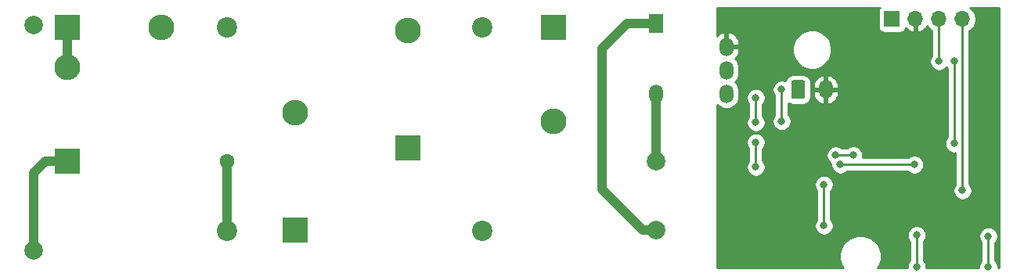
<source format=gbr>
G04 #@! TF.GenerationSoftware,KiCad,Pcbnew,(5.1.5)-3*
G04 #@! TF.CreationDate,2020-07-16T16:27:48-04:00*
G04 #@! TF.ProjectId,AIL_TSAL,41494c5f-5453-4414-9c2e-6b696361645f,rev?*
G04 #@! TF.SameCoordinates,Original*
G04 #@! TF.FileFunction,Copper,L2,Bot*
G04 #@! TF.FilePolarity,Positive*
%FSLAX46Y46*%
G04 Gerber Fmt 4.6, Leading zero omitted, Abs format (unit mm)*
G04 Created by KiCad (PCBNEW (5.1.5)-3) date 2020-07-16 16:27:48*
%MOMM*%
%LPD*%
G04 APERTURE LIST*
%ADD10O,1.500000X2.020000*%
%ADD11C,0.100000*%
%ADD12C,2.200000*%
%ADD13C,2.000000*%
%ADD14R,2.800000X2.800000*%
%ADD15O,2.800000X2.800000*%
%ADD16O,1.500000X2.000000*%
%ADD17R,1.500000X2.000000*%
%ADD18R,1.700000X1.700000*%
%ADD19O,1.700000X1.700000*%
%ADD20C,1.600000*%
%ADD21C,0.800000*%
%ADD22C,1.000000*%
%ADD23C,0.250000*%
%ADD24C,0.254000*%
G04 APERTURE END LIST*
D10*
X166957000Y-96901000D03*
G04 #@! TA.AperFunction,ComponentPad*
D11*
G36*
X164481504Y-95892204D02*
G01*
X164505773Y-95895804D01*
X164529571Y-95901765D01*
X164552671Y-95910030D01*
X164574849Y-95920520D01*
X164595893Y-95933133D01*
X164615598Y-95947747D01*
X164633777Y-95964223D01*
X164650253Y-95982402D01*
X164664867Y-96002107D01*
X164677480Y-96023151D01*
X164687970Y-96045329D01*
X164696235Y-96068429D01*
X164702196Y-96092227D01*
X164705796Y-96116496D01*
X164707000Y-96141000D01*
X164707000Y-97661000D01*
X164705796Y-97685504D01*
X164702196Y-97709773D01*
X164696235Y-97733571D01*
X164687970Y-97756671D01*
X164677480Y-97778849D01*
X164664867Y-97799893D01*
X164650253Y-97819598D01*
X164633777Y-97837777D01*
X164615598Y-97854253D01*
X164595893Y-97868867D01*
X164574849Y-97881480D01*
X164552671Y-97891970D01*
X164529571Y-97900235D01*
X164505773Y-97906196D01*
X164481504Y-97909796D01*
X164457000Y-97911000D01*
X163457000Y-97911000D01*
X163432496Y-97909796D01*
X163408227Y-97906196D01*
X163384429Y-97900235D01*
X163361329Y-97891970D01*
X163339151Y-97881480D01*
X163318107Y-97868867D01*
X163298402Y-97854253D01*
X163280223Y-97837777D01*
X163263747Y-97819598D01*
X163249133Y-97799893D01*
X163236520Y-97778849D01*
X163226030Y-97756671D01*
X163217765Y-97733571D01*
X163211804Y-97709773D01*
X163208204Y-97685504D01*
X163207000Y-97661000D01*
X163207000Y-96141000D01*
X163208204Y-96116496D01*
X163211804Y-96092227D01*
X163217765Y-96068429D01*
X163226030Y-96045329D01*
X163236520Y-96023151D01*
X163249133Y-96002107D01*
X163263747Y-95982402D01*
X163280223Y-95964223D01*
X163298402Y-95947747D01*
X163318107Y-95933133D01*
X163339151Y-95920520D01*
X163361329Y-95910030D01*
X163384429Y-95901765D01*
X163408227Y-95895804D01*
X163432496Y-95892204D01*
X163457000Y-95891000D01*
X164457000Y-95891000D01*
X164481504Y-95892204D01*
G37*
G04 #@! TD.AperFunction*
D12*
X102235000Y-112170000D03*
X102235000Y-90170000D03*
X129794000Y-90170000D03*
X129794000Y-112170000D03*
D13*
X148590000Y-104648000D03*
X148590000Y-112148000D03*
D14*
X84963000Y-104648000D03*
D15*
X84963000Y-94488000D03*
X95123000Y-90170000D03*
D14*
X84963000Y-90170000D03*
X137541000Y-90170000D03*
D15*
X137541000Y-100330000D03*
D13*
X81280000Y-89916000D03*
X81280000Y-114300000D03*
D15*
X109601000Y-99441000D03*
D14*
X109601000Y-112141000D03*
X121793000Y-103251000D03*
D15*
X121793000Y-90551000D03*
D16*
X156210000Y-94818200D03*
X148590000Y-97358200D03*
D17*
X148590000Y-89738200D03*
D16*
X156210000Y-97358200D03*
X156210000Y-92278200D03*
D18*
X174117000Y-89281000D03*
D19*
X176657000Y-89281000D03*
X179197000Y-89281000D03*
X181737000Y-89281000D03*
D20*
X102235000Y-104648000D03*
D21*
X159385000Y-102616000D03*
X159385000Y-105283000D03*
X159385000Y-100457000D03*
X159385000Y-97790000D03*
X157480000Y-106553000D03*
X164084000Y-104140000D03*
X166624000Y-102235000D03*
X176530000Y-102108000D03*
X171704000Y-110744000D03*
X174117000Y-109855000D03*
X168021000Y-104013000D03*
X169926000Y-104013000D03*
X162179000Y-96901000D03*
X162179000Y-100330000D03*
X176530000Y-105029000D03*
X168529000Y-105029000D03*
X166751000Y-107188000D03*
X176784000Y-112649000D03*
X176784000Y-116078000D03*
X184531000Y-116078000D03*
X184531000Y-112776000D03*
X166751000Y-111633000D03*
X180848000Y-102743000D03*
X180848000Y-93853000D03*
X179197000Y-93853000D03*
X181737000Y-107823000D03*
D22*
X81280000Y-112885787D02*
X81280000Y-114300000D01*
X81280000Y-105931000D02*
X81280000Y-112885787D01*
X82563000Y-104648000D02*
X81280000Y-105931000D01*
X84963000Y-104648000D02*
X82563000Y-104648000D01*
X102235000Y-104648000D02*
X102235000Y-112170000D01*
X145465800Y-89738200D02*
X148590000Y-89738200D01*
X142748000Y-92456000D02*
X145465800Y-89738200D01*
X148590000Y-112148000D02*
X147175787Y-112148000D01*
X147175787Y-112148000D02*
X142748000Y-107720213D01*
X142748000Y-107720213D02*
X142748000Y-92456000D01*
X148590000Y-97358200D02*
X148590000Y-104648000D01*
D23*
X159385000Y-102616000D02*
X159385000Y-105283000D01*
X159385000Y-100457000D02*
X159385000Y-97790000D01*
X157480000Y-106553000D02*
X156972000Y-106553000D01*
X164084000Y-104140000D02*
X164084000Y-103632000D01*
X166624000Y-102235000D02*
X166624000Y-101727000D01*
X176530000Y-102108000D02*
X176530000Y-101600000D01*
X171704000Y-110744000D02*
X171704000Y-111252000D01*
X174117000Y-109855000D02*
X174117000Y-110363000D01*
X168021000Y-104013000D02*
X169926000Y-104013000D01*
D22*
X84963000Y-90170000D02*
X84963000Y-94488000D01*
D23*
X162179000Y-96901000D02*
X162179000Y-100330000D01*
X176530000Y-105029000D02*
X169545000Y-105029000D01*
X169545000Y-105029000D02*
X168529000Y-105029000D01*
X166751000Y-107188000D02*
X166751000Y-107753685D01*
X166751000Y-107753685D02*
X166751000Y-111633000D01*
X176784000Y-112649000D02*
X176784000Y-115189000D01*
X184531000Y-115189000D02*
X184531000Y-112776000D01*
X184531000Y-115189000D02*
X184531000Y-116078000D01*
X176784000Y-115189000D02*
X176784000Y-116078000D01*
X180848000Y-102743000D02*
X180848000Y-93853000D01*
X179197000Y-93853000D02*
X179197000Y-89281000D01*
X181737000Y-107823000D02*
X181737000Y-89281000D01*
D24*
G36*
X172736463Y-88076506D02*
G01*
X172677498Y-88186820D01*
X172641188Y-88306518D01*
X172628928Y-88431000D01*
X172628928Y-90131000D01*
X172641188Y-90255482D01*
X172677498Y-90375180D01*
X172736463Y-90485494D01*
X172815815Y-90582185D01*
X172912506Y-90661537D01*
X173022820Y-90720502D01*
X173142518Y-90756812D01*
X173267000Y-90769072D01*
X174967000Y-90769072D01*
X175091482Y-90756812D01*
X175211180Y-90720502D01*
X175321494Y-90661537D01*
X175418185Y-90582185D01*
X175497537Y-90485494D01*
X175556502Y-90375180D01*
X175580966Y-90294534D01*
X175656731Y-90378588D01*
X175890080Y-90552641D01*
X176152901Y-90677825D01*
X176300110Y-90722476D01*
X176530000Y-90601155D01*
X176530000Y-89408000D01*
X176510000Y-89408000D01*
X176510000Y-89154000D01*
X176530000Y-89154000D01*
X176530000Y-89134000D01*
X176784000Y-89134000D01*
X176784000Y-89154000D01*
X176804000Y-89154000D01*
X176804000Y-89408000D01*
X176784000Y-89408000D01*
X176784000Y-90601155D01*
X177013890Y-90722476D01*
X177161099Y-90677825D01*
X177423920Y-90552641D01*
X177657269Y-90378588D01*
X177852178Y-90162355D01*
X177921805Y-90045466D01*
X178043525Y-90227632D01*
X178250368Y-90434475D01*
X178437001Y-90559179D01*
X178437000Y-93149289D01*
X178393063Y-93193226D01*
X178279795Y-93362744D01*
X178201774Y-93551102D01*
X178162000Y-93751061D01*
X178162000Y-93954939D01*
X178201774Y-94154898D01*
X178279795Y-94343256D01*
X178393063Y-94512774D01*
X178537226Y-94656937D01*
X178706744Y-94770205D01*
X178895102Y-94848226D01*
X179095061Y-94888000D01*
X179298939Y-94888000D01*
X179498898Y-94848226D01*
X179687256Y-94770205D01*
X179856774Y-94656937D01*
X180000937Y-94512774D01*
X180022500Y-94480503D01*
X180044063Y-94512774D01*
X180088001Y-94556712D01*
X180088000Y-102039289D01*
X180044063Y-102083226D01*
X179930795Y-102252744D01*
X179852774Y-102441102D01*
X179813000Y-102641061D01*
X179813000Y-102844939D01*
X179852774Y-103044898D01*
X179930795Y-103233256D01*
X180044063Y-103402774D01*
X180188226Y-103546937D01*
X180357744Y-103660205D01*
X180546102Y-103738226D01*
X180746061Y-103778000D01*
X180949939Y-103778000D01*
X180977000Y-103772617D01*
X180977000Y-107119289D01*
X180933063Y-107163226D01*
X180819795Y-107332744D01*
X180741774Y-107521102D01*
X180702000Y-107721061D01*
X180702000Y-107924939D01*
X180741774Y-108124898D01*
X180819795Y-108313256D01*
X180933063Y-108482774D01*
X181077226Y-108626937D01*
X181246744Y-108740205D01*
X181435102Y-108818226D01*
X181635061Y-108858000D01*
X181838939Y-108858000D01*
X182038898Y-108818226D01*
X182227256Y-108740205D01*
X182396774Y-108626937D01*
X182540937Y-108482774D01*
X182654205Y-108313256D01*
X182732226Y-108124898D01*
X182772000Y-107924939D01*
X182772000Y-107721061D01*
X182732226Y-107521102D01*
X182654205Y-107332744D01*
X182540937Y-107163226D01*
X182497000Y-107119289D01*
X182497000Y-90559178D01*
X182683632Y-90434475D01*
X182890475Y-90227632D01*
X183052990Y-89984411D01*
X183164932Y-89714158D01*
X183222000Y-89427260D01*
X183222000Y-89134740D01*
X183164932Y-88847842D01*
X183052990Y-88577589D01*
X182890475Y-88334368D01*
X182683632Y-88127525D01*
X182546655Y-88036000D01*
X185649000Y-88036000D01*
X185649001Y-91407572D01*
X185649000Y-91407582D01*
X185649001Y-99027572D01*
X185649000Y-99027582D01*
X185649001Y-105631572D01*
X185649000Y-105631582D01*
X185649001Y-116180000D01*
X185565988Y-116180000D01*
X185566000Y-116179939D01*
X185566000Y-115976061D01*
X185526226Y-115776102D01*
X185448205Y-115587744D01*
X185334937Y-115418226D01*
X185291000Y-115374289D01*
X185291000Y-113479711D01*
X185334937Y-113435774D01*
X185448205Y-113266256D01*
X185526226Y-113077898D01*
X185566000Y-112877939D01*
X185566000Y-112674061D01*
X185526226Y-112474102D01*
X185448205Y-112285744D01*
X185334937Y-112116226D01*
X185190774Y-111972063D01*
X185021256Y-111858795D01*
X184832898Y-111780774D01*
X184632939Y-111741000D01*
X184429061Y-111741000D01*
X184229102Y-111780774D01*
X184040744Y-111858795D01*
X183871226Y-111972063D01*
X183727063Y-112116226D01*
X183613795Y-112285744D01*
X183535774Y-112474102D01*
X183496000Y-112674061D01*
X183496000Y-112877939D01*
X183535774Y-113077898D01*
X183613795Y-113266256D01*
X183727063Y-113435774D01*
X183771001Y-113479712D01*
X183771000Y-115151667D01*
X183771000Y-115374289D01*
X183727063Y-115418226D01*
X183613795Y-115587744D01*
X183535774Y-115776102D01*
X183496000Y-115976061D01*
X183496000Y-116179939D01*
X183496012Y-116180000D01*
X177818988Y-116180000D01*
X177819000Y-116179939D01*
X177819000Y-115976061D01*
X177779226Y-115776102D01*
X177701205Y-115587744D01*
X177587937Y-115418226D01*
X177544000Y-115374289D01*
X177544000Y-113352711D01*
X177587937Y-113308774D01*
X177701205Y-113139256D01*
X177779226Y-112950898D01*
X177819000Y-112750939D01*
X177819000Y-112547061D01*
X177779226Y-112347102D01*
X177701205Y-112158744D01*
X177587937Y-111989226D01*
X177443774Y-111845063D01*
X177274256Y-111731795D01*
X177085898Y-111653774D01*
X176885939Y-111614000D01*
X176682061Y-111614000D01*
X176482102Y-111653774D01*
X176293744Y-111731795D01*
X176124226Y-111845063D01*
X175980063Y-111989226D01*
X175866795Y-112158744D01*
X175788774Y-112347102D01*
X175749000Y-112547061D01*
X175749000Y-112750939D01*
X175788774Y-112950898D01*
X175866795Y-113139256D01*
X175980063Y-113308774D01*
X176024000Y-113352711D01*
X176024001Y-115151658D01*
X176024000Y-115151668D01*
X176024000Y-115374289D01*
X175980063Y-115418226D01*
X175866795Y-115587744D01*
X175788774Y-115776102D01*
X175749000Y-115976061D01*
X175749000Y-116179939D01*
X175749012Y-116180000D01*
X172585046Y-116180000D01*
X172698780Y-116009785D01*
X172869824Y-115596849D01*
X172957021Y-115158479D01*
X172957021Y-114711521D01*
X172869824Y-114273151D01*
X172698780Y-113860215D01*
X172450464Y-113488583D01*
X172134417Y-113172536D01*
X171762785Y-112924220D01*
X171349849Y-112753176D01*
X170911479Y-112665979D01*
X170464521Y-112665979D01*
X170026151Y-112753176D01*
X169613215Y-112924220D01*
X169241583Y-113172536D01*
X168925536Y-113488583D01*
X168677220Y-113860215D01*
X168506176Y-114273151D01*
X168418979Y-114711521D01*
X168418979Y-115158479D01*
X168506176Y-115596849D01*
X168677220Y-116009785D01*
X168790954Y-116180000D01*
X155194000Y-116180000D01*
X155194000Y-107086061D01*
X165716000Y-107086061D01*
X165716000Y-107289939D01*
X165755774Y-107489898D01*
X165833795Y-107678256D01*
X165947063Y-107847774D01*
X165991000Y-107891711D01*
X165991001Y-110929288D01*
X165947063Y-110973226D01*
X165833795Y-111142744D01*
X165755774Y-111331102D01*
X165716000Y-111531061D01*
X165716000Y-111734939D01*
X165755774Y-111934898D01*
X165833795Y-112123256D01*
X165947063Y-112292774D01*
X166091226Y-112436937D01*
X166260744Y-112550205D01*
X166449102Y-112628226D01*
X166649061Y-112668000D01*
X166852939Y-112668000D01*
X167052898Y-112628226D01*
X167241256Y-112550205D01*
X167410774Y-112436937D01*
X167554937Y-112292774D01*
X167668205Y-112123256D01*
X167746226Y-111934898D01*
X167786000Y-111734939D01*
X167786000Y-111531061D01*
X167746226Y-111331102D01*
X167668205Y-111142744D01*
X167554937Y-110973226D01*
X167511000Y-110929289D01*
X167511000Y-107891711D01*
X167554937Y-107847774D01*
X167668205Y-107678256D01*
X167746226Y-107489898D01*
X167786000Y-107289939D01*
X167786000Y-107086061D01*
X167746226Y-106886102D01*
X167668205Y-106697744D01*
X167554937Y-106528226D01*
X167410774Y-106384063D01*
X167241256Y-106270795D01*
X167052898Y-106192774D01*
X166852939Y-106153000D01*
X166649061Y-106153000D01*
X166449102Y-106192774D01*
X166260744Y-106270795D01*
X166091226Y-106384063D01*
X165947063Y-106528226D01*
X165833795Y-106697744D01*
X165755774Y-106886102D01*
X165716000Y-107086061D01*
X155194000Y-107086061D01*
X155194000Y-102514061D01*
X158350000Y-102514061D01*
X158350000Y-102717939D01*
X158389774Y-102917898D01*
X158467795Y-103106256D01*
X158581063Y-103275774D01*
X158625000Y-103319711D01*
X158625001Y-104579288D01*
X158581063Y-104623226D01*
X158467795Y-104792744D01*
X158389774Y-104981102D01*
X158350000Y-105181061D01*
X158350000Y-105384939D01*
X158389774Y-105584898D01*
X158467795Y-105773256D01*
X158581063Y-105942774D01*
X158725226Y-106086937D01*
X158894744Y-106200205D01*
X159083102Y-106278226D01*
X159283061Y-106318000D01*
X159486939Y-106318000D01*
X159686898Y-106278226D01*
X159875256Y-106200205D01*
X160044774Y-106086937D01*
X160188937Y-105942774D01*
X160302205Y-105773256D01*
X160380226Y-105584898D01*
X160420000Y-105384939D01*
X160420000Y-105181061D01*
X160380226Y-104981102D01*
X160302205Y-104792744D01*
X160188937Y-104623226D01*
X160145000Y-104579289D01*
X160145000Y-103911061D01*
X166986000Y-103911061D01*
X166986000Y-104114939D01*
X167025774Y-104314898D01*
X167103795Y-104503256D01*
X167217063Y-104672774D01*
X167361226Y-104816937D01*
X167497759Y-104908165D01*
X167494000Y-104927061D01*
X167494000Y-105130939D01*
X167533774Y-105330898D01*
X167611795Y-105519256D01*
X167725063Y-105688774D01*
X167869226Y-105832937D01*
X168038744Y-105946205D01*
X168227102Y-106024226D01*
X168427061Y-106064000D01*
X168630939Y-106064000D01*
X168830898Y-106024226D01*
X169019256Y-105946205D01*
X169188774Y-105832937D01*
X169232711Y-105789000D01*
X175826289Y-105789000D01*
X175870226Y-105832937D01*
X176039744Y-105946205D01*
X176228102Y-106024226D01*
X176428061Y-106064000D01*
X176631939Y-106064000D01*
X176831898Y-106024226D01*
X177020256Y-105946205D01*
X177189774Y-105832937D01*
X177333937Y-105688774D01*
X177447205Y-105519256D01*
X177525226Y-105330898D01*
X177565000Y-105130939D01*
X177565000Y-104927061D01*
X177525226Y-104727102D01*
X177447205Y-104538744D01*
X177333937Y-104369226D01*
X177189774Y-104225063D01*
X177020256Y-104111795D01*
X176831898Y-104033774D01*
X176631939Y-103994000D01*
X176428061Y-103994000D01*
X176228102Y-104033774D01*
X176039744Y-104111795D01*
X175870226Y-104225063D01*
X175826289Y-104269000D01*
X170930356Y-104269000D01*
X170961000Y-104114939D01*
X170961000Y-103911061D01*
X170921226Y-103711102D01*
X170843205Y-103522744D01*
X170729937Y-103353226D01*
X170585774Y-103209063D01*
X170416256Y-103095795D01*
X170227898Y-103017774D01*
X170027939Y-102978000D01*
X169824061Y-102978000D01*
X169624102Y-103017774D01*
X169435744Y-103095795D01*
X169266226Y-103209063D01*
X169222289Y-103253000D01*
X168724711Y-103253000D01*
X168680774Y-103209063D01*
X168511256Y-103095795D01*
X168322898Y-103017774D01*
X168122939Y-102978000D01*
X167919061Y-102978000D01*
X167719102Y-103017774D01*
X167530744Y-103095795D01*
X167361226Y-103209063D01*
X167217063Y-103353226D01*
X167103795Y-103522744D01*
X167025774Y-103711102D01*
X166986000Y-103911061D01*
X160145000Y-103911061D01*
X160145000Y-103319711D01*
X160188937Y-103275774D01*
X160302205Y-103106256D01*
X160380226Y-102917898D01*
X160420000Y-102717939D01*
X160420000Y-102514061D01*
X160380226Y-102314102D01*
X160302205Y-102125744D01*
X160188937Y-101956226D01*
X160044774Y-101812063D01*
X159875256Y-101698795D01*
X159686898Y-101620774D01*
X159486939Y-101581000D01*
X159283061Y-101581000D01*
X159083102Y-101620774D01*
X158894744Y-101698795D01*
X158725226Y-101812063D01*
X158581063Y-101956226D01*
X158467795Y-102125744D01*
X158389774Y-102314102D01*
X158350000Y-102514061D01*
X155194000Y-102514061D01*
X155194000Y-98553387D01*
X155225920Y-98592281D01*
X155436813Y-98765357D01*
X155677420Y-98893964D01*
X155938494Y-98973160D01*
X156210000Y-98999901D01*
X156481507Y-98973160D01*
X156742581Y-98893964D01*
X156983188Y-98765357D01*
X157194081Y-98592281D01*
X157367157Y-98381388D01*
X157495764Y-98140780D01*
X157574960Y-97879706D01*
X157593835Y-97688061D01*
X158350000Y-97688061D01*
X158350000Y-97891939D01*
X158389774Y-98091898D01*
X158467795Y-98280256D01*
X158581063Y-98449774D01*
X158625001Y-98493712D01*
X158625000Y-99753289D01*
X158581063Y-99797226D01*
X158467795Y-99966744D01*
X158389774Y-100155102D01*
X158350000Y-100355061D01*
X158350000Y-100558939D01*
X158389774Y-100758898D01*
X158467795Y-100947256D01*
X158581063Y-101116774D01*
X158725226Y-101260937D01*
X158894744Y-101374205D01*
X159083102Y-101452226D01*
X159283061Y-101492000D01*
X159486939Y-101492000D01*
X159686898Y-101452226D01*
X159875256Y-101374205D01*
X160044774Y-101260937D01*
X160188937Y-101116774D01*
X160302205Y-100947256D01*
X160380226Y-100758898D01*
X160420000Y-100558939D01*
X160420000Y-100355061D01*
X160380226Y-100155102D01*
X160302205Y-99966744D01*
X160188937Y-99797226D01*
X160145000Y-99753289D01*
X160145000Y-98493711D01*
X160188937Y-98449774D01*
X160302205Y-98280256D01*
X160380226Y-98091898D01*
X160420000Y-97891939D01*
X160420000Y-97688061D01*
X160380226Y-97488102D01*
X160302205Y-97299744D01*
X160188937Y-97130226D01*
X160044774Y-96986063D01*
X159875256Y-96872795D01*
X159697248Y-96799061D01*
X161144000Y-96799061D01*
X161144000Y-97002939D01*
X161183774Y-97202898D01*
X161261795Y-97391256D01*
X161375063Y-97560774D01*
X161419000Y-97604711D01*
X161419001Y-99626288D01*
X161375063Y-99670226D01*
X161261795Y-99839744D01*
X161183774Y-100028102D01*
X161144000Y-100228061D01*
X161144000Y-100431939D01*
X161183774Y-100631898D01*
X161261795Y-100820256D01*
X161375063Y-100989774D01*
X161519226Y-101133937D01*
X161688744Y-101247205D01*
X161877102Y-101325226D01*
X162077061Y-101365000D01*
X162280939Y-101365000D01*
X162480898Y-101325226D01*
X162669256Y-101247205D01*
X162838774Y-101133937D01*
X162982937Y-100989774D01*
X163096205Y-100820256D01*
X163174226Y-100631898D01*
X163214000Y-100431939D01*
X163214000Y-100228061D01*
X163174226Y-100028102D01*
X163096205Y-99839744D01*
X162982937Y-99670226D01*
X162939000Y-99626289D01*
X162939000Y-98379205D01*
X162963614Y-98399405D01*
X163117150Y-98481472D01*
X163283746Y-98532008D01*
X163457000Y-98549072D01*
X164457000Y-98549072D01*
X164630254Y-98532008D01*
X164796850Y-98481472D01*
X164950386Y-98399405D01*
X165084962Y-98288962D01*
X165195405Y-98154386D01*
X165277472Y-98000850D01*
X165328008Y-97834254D01*
X165345072Y-97661000D01*
X165345072Y-97028000D01*
X165572000Y-97028000D01*
X165572000Y-97288000D01*
X165623389Y-97555760D01*
X165726028Y-97808349D01*
X165875972Y-98036061D01*
X166067460Y-98230145D01*
X166293132Y-98383142D01*
X166544316Y-98489173D01*
X166615815Y-98503318D01*
X166830000Y-98380656D01*
X166830000Y-97028000D01*
X167084000Y-97028000D01*
X167084000Y-98380656D01*
X167298185Y-98503318D01*
X167369684Y-98489173D01*
X167620868Y-98383142D01*
X167846540Y-98230145D01*
X168038028Y-98036061D01*
X168187972Y-97808349D01*
X168290611Y-97555760D01*
X168342000Y-97288000D01*
X168342000Y-97028000D01*
X167084000Y-97028000D01*
X166830000Y-97028000D01*
X165572000Y-97028000D01*
X165345072Y-97028000D01*
X165345072Y-96514000D01*
X165572000Y-96514000D01*
X165572000Y-96774000D01*
X166830000Y-96774000D01*
X166830000Y-95421344D01*
X167084000Y-95421344D01*
X167084000Y-96774000D01*
X168342000Y-96774000D01*
X168342000Y-96514000D01*
X168290611Y-96246240D01*
X168187972Y-95993651D01*
X168038028Y-95765939D01*
X167846540Y-95571855D01*
X167620868Y-95418858D01*
X167369684Y-95312827D01*
X167298185Y-95298682D01*
X167084000Y-95421344D01*
X166830000Y-95421344D01*
X166615815Y-95298682D01*
X166544316Y-95312827D01*
X166293132Y-95418858D01*
X166067460Y-95571855D01*
X165875972Y-95765939D01*
X165726028Y-95993651D01*
X165623389Y-96246240D01*
X165572000Y-96514000D01*
X165345072Y-96514000D01*
X165345072Y-96141000D01*
X165328008Y-95967746D01*
X165277472Y-95801150D01*
X165195405Y-95647614D01*
X165084962Y-95513038D01*
X164950386Y-95402595D01*
X164796850Y-95320528D01*
X164630254Y-95269992D01*
X164457000Y-95252928D01*
X163457000Y-95252928D01*
X163283746Y-95269992D01*
X163117150Y-95320528D01*
X162963614Y-95402595D01*
X162829038Y-95513038D01*
X162718595Y-95647614D01*
X162636528Y-95801150D01*
X162590961Y-95951364D01*
X162480898Y-95905774D01*
X162280939Y-95866000D01*
X162077061Y-95866000D01*
X161877102Y-95905774D01*
X161688744Y-95983795D01*
X161519226Y-96097063D01*
X161375063Y-96241226D01*
X161261795Y-96410744D01*
X161183774Y-96599102D01*
X161144000Y-96799061D01*
X159697248Y-96799061D01*
X159686898Y-96794774D01*
X159486939Y-96755000D01*
X159283061Y-96755000D01*
X159083102Y-96794774D01*
X158894744Y-96872795D01*
X158725226Y-96986063D01*
X158581063Y-97130226D01*
X158467795Y-97299744D01*
X158389774Y-97488102D01*
X158350000Y-97688061D01*
X157593835Y-97688061D01*
X157595000Y-97676236D01*
X157595000Y-97040163D01*
X157574960Y-96836693D01*
X157495764Y-96575619D01*
X157367157Y-96335012D01*
X157194080Y-96124119D01*
X157150313Y-96088200D01*
X157194081Y-96052281D01*
X157367157Y-95841388D01*
X157495764Y-95600780D01*
X157574960Y-95339706D01*
X157595000Y-95136236D01*
X157595000Y-94500163D01*
X157574960Y-94296693D01*
X157495764Y-94035619D01*
X157367157Y-93795012D01*
X157194080Y-93584119D01*
X157154517Y-93551651D01*
X157314658Y-93381834D01*
X157459968Y-93149924D01*
X157557243Y-92894121D01*
X157602744Y-92624256D01*
X157441873Y-92405200D01*
X156337000Y-92405200D01*
X156337000Y-92425200D01*
X156083000Y-92425200D01*
X156083000Y-92405200D01*
X156063000Y-92405200D01*
X156063000Y-92370721D01*
X163322000Y-92370721D01*
X163322000Y-92791279D01*
X163404047Y-93203756D01*
X163564988Y-93592302D01*
X163798637Y-93941983D01*
X164096017Y-94239363D01*
X164445698Y-94473012D01*
X164834244Y-94633953D01*
X165246721Y-94716000D01*
X165667279Y-94716000D01*
X166079756Y-94633953D01*
X166468302Y-94473012D01*
X166817983Y-94239363D01*
X167115363Y-93941983D01*
X167349012Y-93592302D01*
X167509953Y-93203756D01*
X167592000Y-92791279D01*
X167592000Y-92370721D01*
X167509953Y-91958244D01*
X167349012Y-91569698D01*
X167115363Y-91220017D01*
X166817983Y-90922637D01*
X166468302Y-90688988D01*
X166079756Y-90528047D01*
X165667279Y-90446000D01*
X165246721Y-90446000D01*
X164834244Y-90528047D01*
X164445698Y-90688988D01*
X164096017Y-90922637D01*
X163798637Y-91220017D01*
X163564988Y-91569698D01*
X163404047Y-91958244D01*
X163322000Y-92370721D01*
X156063000Y-92370721D01*
X156063000Y-92151200D01*
X156083000Y-92151200D01*
X156083000Y-90808544D01*
X156337000Y-90808544D01*
X156337000Y-92151200D01*
X157441873Y-92151200D01*
X157602744Y-91932144D01*
X157557243Y-91662279D01*
X157459968Y-91406476D01*
X157314658Y-91174566D01*
X157126897Y-90975460D01*
X156903900Y-90816810D01*
X156654236Y-90704713D01*
X156551185Y-90685882D01*
X156337000Y-90808544D01*
X156083000Y-90808544D01*
X155868815Y-90685882D01*
X155765764Y-90704713D01*
X155516100Y-90816810D01*
X155293103Y-90975460D01*
X155194000Y-91080551D01*
X155194000Y-88036000D01*
X172769705Y-88036000D01*
X172736463Y-88076506D01*
G37*
X172736463Y-88076506D02*
X172677498Y-88186820D01*
X172641188Y-88306518D01*
X172628928Y-88431000D01*
X172628928Y-90131000D01*
X172641188Y-90255482D01*
X172677498Y-90375180D01*
X172736463Y-90485494D01*
X172815815Y-90582185D01*
X172912506Y-90661537D01*
X173022820Y-90720502D01*
X173142518Y-90756812D01*
X173267000Y-90769072D01*
X174967000Y-90769072D01*
X175091482Y-90756812D01*
X175211180Y-90720502D01*
X175321494Y-90661537D01*
X175418185Y-90582185D01*
X175497537Y-90485494D01*
X175556502Y-90375180D01*
X175580966Y-90294534D01*
X175656731Y-90378588D01*
X175890080Y-90552641D01*
X176152901Y-90677825D01*
X176300110Y-90722476D01*
X176530000Y-90601155D01*
X176530000Y-89408000D01*
X176510000Y-89408000D01*
X176510000Y-89154000D01*
X176530000Y-89154000D01*
X176530000Y-89134000D01*
X176784000Y-89134000D01*
X176784000Y-89154000D01*
X176804000Y-89154000D01*
X176804000Y-89408000D01*
X176784000Y-89408000D01*
X176784000Y-90601155D01*
X177013890Y-90722476D01*
X177161099Y-90677825D01*
X177423920Y-90552641D01*
X177657269Y-90378588D01*
X177852178Y-90162355D01*
X177921805Y-90045466D01*
X178043525Y-90227632D01*
X178250368Y-90434475D01*
X178437001Y-90559179D01*
X178437000Y-93149289D01*
X178393063Y-93193226D01*
X178279795Y-93362744D01*
X178201774Y-93551102D01*
X178162000Y-93751061D01*
X178162000Y-93954939D01*
X178201774Y-94154898D01*
X178279795Y-94343256D01*
X178393063Y-94512774D01*
X178537226Y-94656937D01*
X178706744Y-94770205D01*
X178895102Y-94848226D01*
X179095061Y-94888000D01*
X179298939Y-94888000D01*
X179498898Y-94848226D01*
X179687256Y-94770205D01*
X179856774Y-94656937D01*
X180000937Y-94512774D01*
X180022500Y-94480503D01*
X180044063Y-94512774D01*
X180088001Y-94556712D01*
X180088000Y-102039289D01*
X180044063Y-102083226D01*
X179930795Y-102252744D01*
X179852774Y-102441102D01*
X179813000Y-102641061D01*
X179813000Y-102844939D01*
X179852774Y-103044898D01*
X179930795Y-103233256D01*
X180044063Y-103402774D01*
X180188226Y-103546937D01*
X180357744Y-103660205D01*
X180546102Y-103738226D01*
X180746061Y-103778000D01*
X180949939Y-103778000D01*
X180977000Y-103772617D01*
X180977000Y-107119289D01*
X180933063Y-107163226D01*
X180819795Y-107332744D01*
X180741774Y-107521102D01*
X180702000Y-107721061D01*
X180702000Y-107924939D01*
X180741774Y-108124898D01*
X180819795Y-108313256D01*
X180933063Y-108482774D01*
X181077226Y-108626937D01*
X181246744Y-108740205D01*
X181435102Y-108818226D01*
X181635061Y-108858000D01*
X181838939Y-108858000D01*
X182038898Y-108818226D01*
X182227256Y-108740205D01*
X182396774Y-108626937D01*
X182540937Y-108482774D01*
X182654205Y-108313256D01*
X182732226Y-108124898D01*
X182772000Y-107924939D01*
X182772000Y-107721061D01*
X182732226Y-107521102D01*
X182654205Y-107332744D01*
X182540937Y-107163226D01*
X182497000Y-107119289D01*
X182497000Y-90559178D01*
X182683632Y-90434475D01*
X182890475Y-90227632D01*
X183052990Y-89984411D01*
X183164932Y-89714158D01*
X183222000Y-89427260D01*
X183222000Y-89134740D01*
X183164932Y-88847842D01*
X183052990Y-88577589D01*
X182890475Y-88334368D01*
X182683632Y-88127525D01*
X182546655Y-88036000D01*
X185649000Y-88036000D01*
X185649001Y-91407572D01*
X185649000Y-91407582D01*
X185649001Y-99027572D01*
X185649000Y-99027582D01*
X185649001Y-105631572D01*
X185649000Y-105631582D01*
X185649001Y-116180000D01*
X185565988Y-116180000D01*
X185566000Y-116179939D01*
X185566000Y-115976061D01*
X185526226Y-115776102D01*
X185448205Y-115587744D01*
X185334937Y-115418226D01*
X185291000Y-115374289D01*
X185291000Y-113479711D01*
X185334937Y-113435774D01*
X185448205Y-113266256D01*
X185526226Y-113077898D01*
X185566000Y-112877939D01*
X185566000Y-112674061D01*
X185526226Y-112474102D01*
X185448205Y-112285744D01*
X185334937Y-112116226D01*
X185190774Y-111972063D01*
X185021256Y-111858795D01*
X184832898Y-111780774D01*
X184632939Y-111741000D01*
X184429061Y-111741000D01*
X184229102Y-111780774D01*
X184040744Y-111858795D01*
X183871226Y-111972063D01*
X183727063Y-112116226D01*
X183613795Y-112285744D01*
X183535774Y-112474102D01*
X183496000Y-112674061D01*
X183496000Y-112877939D01*
X183535774Y-113077898D01*
X183613795Y-113266256D01*
X183727063Y-113435774D01*
X183771001Y-113479712D01*
X183771000Y-115151667D01*
X183771000Y-115374289D01*
X183727063Y-115418226D01*
X183613795Y-115587744D01*
X183535774Y-115776102D01*
X183496000Y-115976061D01*
X183496000Y-116179939D01*
X183496012Y-116180000D01*
X177818988Y-116180000D01*
X177819000Y-116179939D01*
X177819000Y-115976061D01*
X177779226Y-115776102D01*
X177701205Y-115587744D01*
X177587937Y-115418226D01*
X177544000Y-115374289D01*
X177544000Y-113352711D01*
X177587937Y-113308774D01*
X177701205Y-113139256D01*
X177779226Y-112950898D01*
X177819000Y-112750939D01*
X177819000Y-112547061D01*
X177779226Y-112347102D01*
X177701205Y-112158744D01*
X177587937Y-111989226D01*
X177443774Y-111845063D01*
X177274256Y-111731795D01*
X177085898Y-111653774D01*
X176885939Y-111614000D01*
X176682061Y-111614000D01*
X176482102Y-111653774D01*
X176293744Y-111731795D01*
X176124226Y-111845063D01*
X175980063Y-111989226D01*
X175866795Y-112158744D01*
X175788774Y-112347102D01*
X175749000Y-112547061D01*
X175749000Y-112750939D01*
X175788774Y-112950898D01*
X175866795Y-113139256D01*
X175980063Y-113308774D01*
X176024000Y-113352711D01*
X176024001Y-115151658D01*
X176024000Y-115151668D01*
X176024000Y-115374289D01*
X175980063Y-115418226D01*
X175866795Y-115587744D01*
X175788774Y-115776102D01*
X175749000Y-115976061D01*
X175749000Y-116179939D01*
X175749012Y-116180000D01*
X172585046Y-116180000D01*
X172698780Y-116009785D01*
X172869824Y-115596849D01*
X172957021Y-115158479D01*
X172957021Y-114711521D01*
X172869824Y-114273151D01*
X172698780Y-113860215D01*
X172450464Y-113488583D01*
X172134417Y-113172536D01*
X171762785Y-112924220D01*
X171349849Y-112753176D01*
X170911479Y-112665979D01*
X170464521Y-112665979D01*
X170026151Y-112753176D01*
X169613215Y-112924220D01*
X169241583Y-113172536D01*
X168925536Y-113488583D01*
X168677220Y-113860215D01*
X168506176Y-114273151D01*
X168418979Y-114711521D01*
X168418979Y-115158479D01*
X168506176Y-115596849D01*
X168677220Y-116009785D01*
X168790954Y-116180000D01*
X155194000Y-116180000D01*
X155194000Y-107086061D01*
X165716000Y-107086061D01*
X165716000Y-107289939D01*
X165755774Y-107489898D01*
X165833795Y-107678256D01*
X165947063Y-107847774D01*
X165991000Y-107891711D01*
X165991001Y-110929288D01*
X165947063Y-110973226D01*
X165833795Y-111142744D01*
X165755774Y-111331102D01*
X165716000Y-111531061D01*
X165716000Y-111734939D01*
X165755774Y-111934898D01*
X165833795Y-112123256D01*
X165947063Y-112292774D01*
X166091226Y-112436937D01*
X166260744Y-112550205D01*
X166449102Y-112628226D01*
X166649061Y-112668000D01*
X166852939Y-112668000D01*
X167052898Y-112628226D01*
X167241256Y-112550205D01*
X167410774Y-112436937D01*
X167554937Y-112292774D01*
X167668205Y-112123256D01*
X167746226Y-111934898D01*
X167786000Y-111734939D01*
X167786000Y-111531061D01*
X167746226Y-111331102D01*
X167668205Y-111142744D01*
X167554937Y-110973226D01*
X167511000Y-110929289D01*
X167511000Y-107891711D01*
X167554937Y-107847774D01*
X167668205Y-107678256D01*
X167746226Y-107489898D01*
X167786000Y-107289939D01*
X167786000Y-107086061D01*
X167746226Y-106886102D01*
X167668205Y-106697744D01*
X167554937Y-106528226D01*
X167410774Y-106384063D01*
X167241256Y-106270795D01*
X167052898Y-106192774D01*
X166852939Y-106153000D01*
X166649061Y-106153000D01*
X166449102Y-106192774D01*
X166260744Y-106270795D01*
X166091226Y-106384063D01*
X165947063Y-106528226D01*
X165833795Y-106697744D01*
X165755774Y-106886102D01*
X165716000Y-107086061D01*
X155194000Y-107086061D01*
X155194000Y-102514061D01*
X158350000Y-102514061D01*
X158350000Y-102717939D01*
X158389774Y-102917898D01*
X158467795Y-103106256D01*
X158581063Y-103275774D01*
X158625000Y-103319711D01*
X158625001Y-104579288D01*
X158581063Y-104623226D01*
X158467795Y-104792744D01*
X158389774Y-104981102D01*
X158350000Y-105181061D01*
X158350000Y-105384939D01*
X158389774Y-105584898D01*
X158467795Y-105773256D01*
X158581063Y-105942774D01*
X158725226Y-106086937D01*
X158894744Y-106200205D01*
X159083102Y-106278226D01*
X159283061Y-106318000D01*
X159486939Y-106318000D01*
X159686898Y-106278226D01*
X159875256Y-106200205D01*
X160044774Y-106086937D01*
X160188937Y-105942774D01*
X160302205Y-105773256D01*
X160380226Y-105584898D01*
X160420000Y-105384939D01*
X160420000Y-105181061D01*
X160380226Y-104981102D01*
X160302205Y-104792744D01*
X160188937Y-104623226D01*
X160145000Y-104579289D01*
X160145000Y-103911061D01*
X166986000Y-103911061D01*
X166986000Y-104114939D01*
X167025774Y-104314898D01*
X167103795Y-104503256D01*
X167217063Y-104672774D01*
X167361226Y-104816937D01*
X167497759Y-104908165D01*
X167494000Y-104927061D01*
X167494000Y-105130939D01*
X167533774Y-105330898D01*
X167611795Y-105519256D01*
X167725063Y-105688774D01*
X167869226Y-105832937D01*
X168038744Y-105946205D01*
X168227102Y-106024226D01*
X168427061Y-106064000D01*
X168630939Y-106064000D01*
X168830898Y-106024226D01*
X169019256Y-105946205D01*
X169188774Y-105832937D01*
X169232711Y-105789000D01*
X175826289Y-105789000D01*
X175870226Y-105832937D01*
X176039744Y-105946205D01*
X176228102Y-106024226D01*
X176428061Y-106064000D01*
X176631939Y-106064000D01*
X176831898Y-106024226D01*
X177020256Y-105946205D01*
X177189774Y-105832937D01*
X177333937Y-105688774D01*
X177447205Y-105519256D01*
X177525226Y-105330898D01*
X177565000Y-105130939D01*
X177565000Y-104927061D01*
X177525226Y-104727102D01*
X177447205Y-104538744D01*
X177333937Y-104369226D01*
X177189774Y-104225063D01*
X177020256Y-104111795D01*
X176831898Y-104033774D01*
X176631939Y-103994000D01*
X176428061Y-103994000D01*
X176228102Y-104033774D01*
X176039744Y-104111795D01*
X175870226Y-104225063D01*
X175826289Y-104269000D01*
X170930356Y-104269000D01*
X170961000Y-104114939D01*
X170961000Y-103911061D01*
X170921226Y-103711102D01*
X170843205Y-103522744D01*
X170729937Y-103353226D01*
X170585774Y-103209063D01*
X170416256Y-103095795D01*
X170227898Y-103017774D01*
X170027939Y-102978000D01*
X169824061Y-102978000D01*
X169624102Y-103017774D01*
X169435744Y-103095795D01*
X169266226Y-103209063D01*
X169222289Y-103253000D01*
X168724711Y-103253000D01*
X168680774Y-103209063D01*
X168511256Y-103095795D01*
X168322898Y-103017774D01*
X168122939Y-102978000D01*
X167919061Y-102978000D01*
X167719102Y-103017774D01*
X167530744Y-103095795D01*
X167361226Y-103209063D01*
X167217063Y-103353226D01*
X167103795Y-103522744D01*
X167025774Y-103711102D01*
X166986000Y-103911061D01*
X160145000Y-103911061D01*
X160145000Y-103319711D01*
X160188937Y-103275774D01*
X160302205Y-103106256D01*
X160380226Y-102917898D01*
X160420000Y-102717939D01*
X160420000Y-102514061D01*
X160380226Y-102314102D01*
X160302205Y-102125744D01*
X160188937Y-101956226D01*
X160044774Y-101812063D01*
X159875256Y-101698795D01*
X159686898Y-101620774D01*
X159486939Y-101581000D01*
X159283061Y-101581000D01*
X159083102Y-101620774D01*
X158894744Y-101698795D01*
X158725226Y-101812063D01*
X158581063Y-101956226D01*
X158467795Y-102125744D01*
X158389774Y-102314102D01*
X158350000Y-102514061D01*
X155194000Y-102514061D01*
X155194000Y-98553387D01*
X155225920Y-98592281D01*
X155436813Y-98765357D01*
X155677420Y-98893964D01*
X155938494Y-98973160D01*
X156210000Y-98999901D01*
X156481507Y-98973160D01*
X156742581Y-98893964D01*
X156983188Y-98765357D01*
X157194081Y-98592281D01*
X157367157Y-98381388D01*
X157495764Y-98140780D01*
X157574960Y-97879706D01*
X157593835Y-97688061D01*
X158350000Y-97688061D01*
X158350000Y-97891939D01*
X158389774Y-98091898D01*
X158467795Y-98280256D01*
X158581063Y-98449774D01*
X158625001Y-98493712D01*
X158625000Y-99753289D01*
X158581063Y-99797226D01*
X158467795Y-99966744D01*
X158389774Y-100155102D01*
X158350000Y-100355061D01*
X158350000Y-100558939D01*
X158389774Y-100758898D01*
X158467795Y-100947256D01*
X158581063Y-101116774D01*
X158725226Y-101260937D01*
X158894744Y-101374205D01*
X159083102Y-101452226D01*
X159283061Y-101492000D01*
X159486939Y-101492000D01*
X159686898Y-101452226D01*
X159875256Y-101374205D01*
X160044774Y-101260937D01*
X160188937Y-101116774D01*
X160302205Y-100947256D01*
X160380226Y-100758898D01*
X160420000Y-100558939D01*
X160420000Y-100355061D01*
X160380226Y-100155102D01*
X160302205Y-99966744D01*
X160188937Y-99797226D01*
X160145000Y-99753289D01*
X160145000Y-98493711D01*
X160188937Y-98449774D01*
X160302205Y-98280256D01*
X160380226Y-98091898D01*
X160420000Y-97891939D01*
X160420000Y-97688061D01*
X160380226Y-97488102D01*
X160302205Y-97299744D01*
X160188937Y-97130226D01*
X160044774Y-96986063D01*
X159875256Y-96872795D01*
X159697248Y-96799061D01*
X161144000Y-96799061D01*
X161144000Y-97002939D01*
X161183774Y-97202898D01*
X161261795Y-97391256D01*
X161375063Y-97560774D01*
X161419000Y-97604711D01*
X161419001Y-99626288D01*
X161375063Y-99670226D01*
X161261795Y-99839744D01*
X161183774Y-100028102D01*
X161144000Y-100228061D01*
X161144000Y-100431939D01*
X161183774Y-100631898D01*
X161261795Y-100820256D01*
X161375063Y-100989774D01*
X161519226Y-101133937D01*
X161688744Y-101247205D01*
X161877102Y-101325226D01*
X162077061Y-101365000D01*
X162280939Y-101365000D01*
X162480898Y-101325226D01*
X162669256Y-101247205D01*
X162838774Y-101133937D01*
X162982937Y-100989774D01*
X163096205Y-100820256D01*
X163174226Y-100631898D01*
X163214000Y-100431939D01*
X163214000Y-100228061D01*
X163174226Y-100028102D01*
X163096205Y-99839744D01*
X162982937Y-99670226D01*
X162939000Y-99626289D01*
X162939000Y-98379205D01*
X162963614Y-98399405D01*
X163117150Y-98481472D01*
X163283746Y-98532008D01*
X163457000Y-98549072D01*
X164457000Y-98549072D01*
X164630254Y-98532008D01*
X164796850Y-98481472D01*
X164950386Y-98399405D01*
X165084962Y-98288962D01*
X165195405Y-98154386D01*
X165277472Y-98000850D01*
X165328008Y-97834254D01*
X165345072Y-97661000D01*
X165345072Y-97028000D01*
X165572000Y-97028000D01*
X165572000Y-97288000D01*
X165623389Y-97555760D01*
X165726028Y-97808349D01*
X165875972Y-98036061D01*
X166067460Y-98230145D01*
X166293132Y-98383142D01*
X166544316Y-98489173D01*
X166615815Y-98503318D01*
X166830000Y-98380656D01*
X166830000Y-97028000D01*
X167084000Y-97028000D01*
X167084000Y-98380656D01*
X167298185Y-98503318D01*
X167369684Y-98489173D01*
X167620868Y-98383142D01*
X167846540Y-98230145D01*
X168038028Y-98036061D01*
X168187972Y-97808349D01*
X168290611Y-97555760D01*
X168342000Y-97288000D01*
X168342000Y-97028000D01*
X167084000Y-97028000D01*
X166830000Y-97028000D01*
X165572000Y-97028000D01*
X165345072Y-97028000D01*
X165345072Y-96514000D01*
X165572000Y-96514000D01*
X165572000Y-96774000D01*
X166830000Y-96774000D01*
X166830000Y-95421344D01*
X167084000Y-95421344D01*
X167084000Y-96774000D01*
X168342000Y-96774000D01*
X168342000Y-96514000D01*
X168290611Y-96246240D01*
X168187972Y-95993651D01*
X168038028Y-95765939D01*
X167846540Y-95571855D01*
X167620868Y-95418858D01*
X167369684Y-95312827D01*
X167298185Y-95298682D01*
X167084000Y-95421344D01*
X166830000Y-95421344D01*
X166615815Y-95298682D01*
X166544316Y-95312827D01*
X166293132Y-95418858D01*
X166067460Y-95571855D01*
X165875972Y-95765939D01*
X165726028Y-95993651D01*
X165623389Y-96246240D01*
X165572000Y-96514000D01*
X165345072Y-96514000D01*
X165345072Y-96141000D01*
X165328008Y-95967746D01*
X165277472Y-95801150D01*
X165195405Y-95647614D01*
X165084962Y-95513038D01*
X164950386Y-95402595D01*
X164796850Y-95320528D01*
X164630254Y-95269992D01*
X164457000Y-95252928D01*
X163457000Y-95252928D01*
X163283746Y-95269992D01*
X163117150Y-95320528D01*
X162963614Y-95402595D01*
X162829038Y-95513038D01*
X162718595Y-95647614D01*
X162636528Y-95801150D01*
X162590961Y-95951364D01*
X162480898Y-95905774D01*
X162280939Y-95866000D01*
X162077061Y-95866000D01*
X161877102Y-95905774D01*
X161688744Y-95983795D01*
X161519226Y-96097063D01*
X161375063Y-96241226D01*
X161261795Y-96410744D01*
X161183774Y-96599102D01*
X161144000Y-96799061D01*
X159697248Y-96799061D01*
X159686898Y-96794774D01*
X159486939Y-96755000D01*
X159283061Y-96755000D01*
X159083102Y-96794774D01*
X158894744Y-96872795D01*
X158725226Y-96986063D01*
X158581063Y-97130226D01*
X158467795Y-97299744D01*
X158389774Y-97488102D01*
X158350000Y-97688061D01*
X157593835Y-97688061D01*
X157595000Y-97676236D01*
X157595000Y-97040163D01*
X157574960Y-96836693D01*
X157495764Y-96575619D01*
X157367157Y-96335012D01*
X157194080Y-96124119D01*
X157150313Y-96088200D01*
X157194081Y-96052281D01*
X157367157Y-95841388D01*
X157495764Y-95600780D01*
X157574960Y-95339706D01*
X157595000Y-95136236D01*
X157595000Y-94500163D01*
X157574960Y-94296693D01*
X157495764Y-94035619D01*
X157367157Y-93795012D01*
X157194080Y-93584119D01*
X157154517Y-93551651D01*
X157314658Y-93381834D01*
X157459968Y-93149924D01*
X157557243Y-92894121D01*
X157602744Y-92624256D01*
X157441873Y-92405200D01*
X156337000Y-92405200D01*
X156337000Y-92425200D01*
X156083000Y-92425200D01*
X156083000Y-92405200D01*
X156063000Y-92405200D01*
X156063000Y-92370721D01*
X163322000Y-92370721D01*
X163322000Y-92791279D01*
X163404047Y-93203756D01*
X163564988Y-93592302D01*
X163798637Y-93941983D01*
X164096017Y-94239363D01*
X164445698Y-94473012D01*
X164834244Y-94633953D01*
X165246721Y-94716000D01*
X165667279Y-94716000D01*
X166079756Y-94633953D01*
X166468302Y-94473012D01*
X166817983Y-94239363D01*
X167115363Y-93941983D01*
X167349012Y-93592302D01*
X167509953Y-93203756D01*
X167592000Y-92791279D01*
X167592000Y-92370721D01*
X167509953Y-91958244D01*
X167349012Y-91569698D01*
X167115363Y-91220017D01*
X166817983Y-90922637D01*
X166468302Y-90688988D01*
X166079756Y-90528047D01*
X165667279Y-90446000D01*
X165246721Y-90446000D01*
X164834244Y-90528047D01*
X164445698Y-90688988D01*
X164096017Y-90922637D01*
X163798637Y-91220017D01*
X163564988Y-91569698D01*
X163404047Y-91958244D01*
X163322000Y-92370721D01*
X156063000Y-92370721D01*
X156063000Y-92151200D01*
X156083000Y-92151200D01*
X156083000Y-90808544D01*
X156337000Y-90808544D01*
X156337000Y-92151200D01*
X157441873Y-92151200D01*
X157602744Y-91932144D01*
X157557243Y-91662279D01*
X157459968Y-91406476D01*
X157314658Y-91174566D01*
X157126897Y-90975460D01*
X156903900Y-90816810D01*
X156654236Y-90704713D01*
X156551185Y-90685882D01*
X156337000Y-90808544D01*
X156083000Y-90808544D01*
X155868815Y-90685882D01*
X155765764Y-90704713D01*
X155516100Y-90816810D01*
X155293103Y-90975460D01*
X155194000Y-91080551D01*
X155194000Y-88036000D01*
X172769705Y-88036000D01*
X172736463Y-88076506D01*
M02*

</source>
